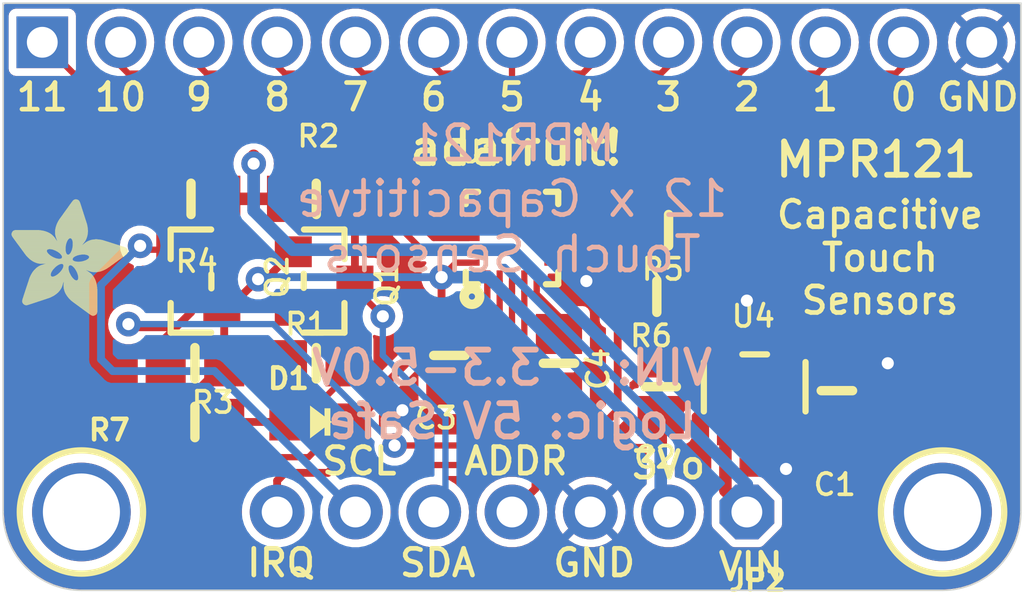
<source format=kicad_pcb>
(kicad_pcb (version 20221018) (generator pcbnew)
  (layers (0 "F.Cu" signal) (31 "B.Cu" signal) (34 "B.Paste" user) (35 "F.Paste" user) (36 "B.SilkS" user "B.Silkscreen") (37 "F.SilkS" user "F.Silkscreen") (38 "B.Mask" user) (39 "F.Mask" user) (44 "Edge.Cuts" user))
  (net 0 "")
  (net 1 "3.3V")
  (net 2 "GND")
  (net 3 "SCL_3V")
  (net 4 "SDA_3V")
  (net 5 "VIN")
  (net 6 "SDA_5V")
  (net 7 "SCL_5V")
  (net 8 "N$2")
  (net 9 "N$3")
  (net 10 "IRQ")
  (net 11 "ELEC0")
  (net 12 "ELEC1")
  (net 13 "ELEC2")
  (net 14 "ELEC3")
  (net 15 "ELEC4")
  (net 16 "ELEC5")
  (net 17 "ELEC6")
  (net 18 "ELEC7")
  (net 19 "ELEC8")
  (net 20 "ELEC9")
  (net 21 "ELEC10")
  (net 22 "ELEC11")
  (net 23 "N$1")
  (net 24 "ADDR")
  (footprint "working:QFN20_3MM_NOTHERMAL" (layer "F.Cu") (at 148.5011 103.0986 90)
    (fp_text reference "U1" (at 2.794 -0.254) (layer "F.SilkS") (effects (font (size 0.692831 0.692831) (thickness 0.119969)) (justify right)))
    (fp_text value "")
    (pad "1" smd rect (at -1.4 -0.8 270) (size 0.7 0.2) (layers "F.Cu" "F.Paste" "F.Mask") (net 10 "IRQ"))
    (pad "2" smd rect (at -1.4 -0.4 270) (size 0.7 0.2) (layers "F.Cu" "F.Paste" "F.Mask") (net 3 "SCL_3V"))
    (pad "3" smd rect (at -1.4 0 270) (size 0.7 0.2) (layers "F.Cu" "F.Paste" "F.Mask") (net 4 "SDA_3V"))
    (pad "4" smd rect (at -1.4 0.4 270) (size 0.7 0.2) (layers "F.Cu" "F.Paste" "F.Mask") (net 24 "ADDR"))
    (pad "5" smd rect (at -1.4 0.8 270) (size 0.7 0.2) (layers "F.Cu" "F.Paste" "F.Mask") (net 8 "N$2"))
    (pad "6" smd rect (at -0.8 1.4 180) (size 0.7 0.2) (layers "F.Cu" "F.Paste" "F.Mask") (net 2 "GND"))
    (pad "7" smd rect (at -0.4 1.4 180) (size 0.7 0.2) (layers "F.Cu" "F.Paste" "F.Mask") (net 9 "N$3"))
    (pad "8" smd rect (at 0 1.4 180) (size 0.7 0.2) (layers "F.Cu" "F.Paste" "F.Mask") (net 11 "ELEC0"))
    (pad "9" smd rect (at 0.4 1.4 180) (size 0.7 0.2) (layers "F.Cu" "F.Paste" "F.Mask") (net 12 "ELEC1"))
    (pad "10" smd rect (at 0.8 1.4 180) (size 0.7 0.2) (layers "F.Cu" "F.Paste" "F.Mask") (net 13 "ELEC2"))
    (pad "11" smd rect (at 1.4 0.8 270) (size 0.7 0.2) (layers "F.Cu" "F.Paste" "F.Mask") (net 14 "ELEC3"))
    (pad "12" smd rect (at 1.4 0.4 270) (size 0.7 0.2) (layers "F.Cu" "F.Paste" "F.Mask") (net 15 "ELEC4"))
    (pad "13" smd rect (at 1.4 0 270) (size 0.7 0.2) (layers "F.Cu" "F.Paste" "F.Mask") (net 16 "ELEC5"))
    (pad "14" smd rect (at 1.4 -0.4 270) (size 0.7 0.2) (layers "F.Cu" "F.Paste" "F.Mask") (net 17 "ELEC6"))
    (pad "15" smd rect (at 1.4 -0.8 270) (size 0.7 0.2) (layers "F.Cu" "F.Paste" "F.Mask") (net 18 "ELEC7"))
    (pad "16" smd rect (at 0.8 -1.4 180) (size 0.7 0.2) (layers "F.Cu" "F.Paste" "F.Mask") (net 19 "ELEC8"))
    (pad "17" smd rect (at 0.4 -1.4 180) (size 0.7 0.2) (layers "F.Cu" "F.Paste" "F.Mask") (net 20 "ELEC9"))
    (pad "18" smd rect (at 0 -1.4 180) (size 0.7 0.2) (layers "F.Cu" "F.Paste" "F.Mask") (net 21 "ELEC10"))
    (pad "19" smd rect (at -0.4 -1.4 180) (size 0.7 0.2) (layers "F.Cu" "F.Paste" "F.Mask") (net 22 "ELEC11"))
    (pad "20" smd rect (at -0.8 -1.4 180) (size 0.7 0.2) (layers "F.Cu" "F.Paste" "F.Mask") (net 1 "3.3V"))
  )
  (footprint "working:SOT23-5" (layer "F.Cu") (at 156.3751 107.9246)
    (fp_text reference "U4" (at -0.816 -2.286) (layer "F.SilkS") (effects (font (size 0.692831 0.692831) (thickness 0.119969)) (justify left)))
    (fp_text value "MIC5225-3.3")
    (pad "1" smd rect (at -0.95 1.3001) (size 0.55 1.2) (layers "F.Cu" "F.Paste" "F.Mask") (net 5 "VIN"))
    (pad "2" smd rect (at 0 1.3001) (size 0.55 1.2) (layers "F.Cu" "F.Paste" "F.Mask") (net 2 "GND"))
    (pad "3" smd rect (at 0.95 1.3001) (size 0.55 1.2) (layers "F.Cu" "F.Paste" "F.Mask") (net 5 "VIN"))
    (pad "4" smd rect (at 0.95 -1.3001) (size 0.55 1.2) (layers "F.Cu" "F.Paste" "F.Mask"))
    (pad "5" smd rect (at -0.95 -1.3001) (size 0.55 1.2) (layers "F.Cu" "F.Paste" "F.Mask") (net 1 "3.3V"))
  )
  (footprint "working:1X07_ROUND_70" (layer "F.Cu") (at 148.5011 111.9886 180)
    (fp_text reference "JP2" (at -8.9662 -1.8288 180) (layer "F.SilkS") (effects (font (size 0.666496 0.666496) (thickness 0.146304)) (justify right top)))
    (fp_text value "")
    (pad "1" thru_hole roundrect (at -7.62 0 270) (size 1.778 1.778) (drill 1) (layers "*.Cu" "*.Mask") (chamfer_ratio 0.2928932188) (chamfer top_left top_right bottom_left bottom_right) (net 5 "VIN"))
    (pad "2" thru_hole circle (at -5.08 0 270) (size 1.778 1.778) (drill 1) (layers "*.Cu" "*.Mask") (net 1 "3.3V"))
    (pad "3" thru_hole circle (at -2.54 0 270) (size 1.778 1.778) (drill 1) (layers "*.Cu" "*.Mask") (net 2 "GND"))
    (pad "4" thru_hole circle (at 0 0 270) (size 1.778 1.778) (drill 1) (layers "*.Cu" "*.Mask") (net 24 "ADDR"))
    (pad "5" thru_hole circle (at 2.54 0 270) (size 1.778 1.778) (drill 1) (layers "*.Cu" "*.Mask") (net 6 "SDA_5V"))
    (pad "6" thru_hole circle (at 5.08 0 270) (size 1.778 1.778) (drill 1) (layers "*.Cu" "*.Mask") (net 7 "SCL_5V"))
    (pad "7" thru_hole circle (at 7.62 0 270) (size 1.778 1.778) (drill 1) (layers "*.Cu" "*.Mask") (net 10 "IRQ"))
  )
  (footprint "working:0805-NO" (layer "F.Cu") (at 153.2001 105.0036 180)
    (fp_text reference "R6" (at -0.5715 -1.27) (layer "F.SilkS") (effects (font (size 0.692831 0.692831) (thickness 0.119969)) (justify right)))
    (fp_text value "100K")
    (pad "1" smd rect (at -0.95 0 180) (size 1.3 1.5) (layers "F.Cu" "F.Paste" "F.Mask") (net 2 "GND"))
    (pad "2" smd rect (at 0.95 0 180) (size 1.3 1.5) (layers "F.Cu" "F.Paste" "F.Mask") (net 24 "ADDR"))
  )
  (footprint "working:1X13_ROUND_70" (layer "F.Cu") (at 148.5011 96.7486)
    (fp_text reference "JP1" hide)
    (fp_text value "")
    (pad "1" thru_hole rect (at -15.24 0 90) (size 1.6764 1.6764) (drill 1) (layers "*.Cu" "*.Mask") (net 22 "ELEC11"))
    (pad "2" thru_hole circle (at -12.7 0 90) (size 1.6764 1.6764) (drill 1) (layers "*.Cu" "*.Mask") (net 21 "ELEC10"))
    (pad "3" thru_hole circle (at -10.16 0 90) (size 1.6764 1.6764) (drill 1) (layers "*.Cu" "*.Mask") (net 20 "ELEC9"))
    (pad "4" thru_hole circle (at -7.62 0 90) (size 1.6764 1.6764) (drill 1) (layers "*.Cu" "*.Mask") (net 19 "ELEC8"))
    (pad "5" thru_hole circle (at -5.08 0 90) (size 1.6764 1.6764) (drill 1) (layers "*.Cu" "*.Mask") (net 18 "ELEC7"))
    (pad "6" thru_hole circle (at -2.54 0 90) (size 1.6764 1.6764) (drill 1) (layers "*.Cu" "*.Mask") (net 17 "ELEC6"))
    (pad "7" thru_hole circle (at 0 0 90) (size 1.6764 1.6764) (drill 1) (layers "*.Cu" "*.Mask") (net 16 "ELEC5"))
    (pad "8" thru_hole circle (at 2.54 0 90) (size 1.6764 1.6764) (drill 1) (layers "*.Cu" "*.Mask") (net 15 "ELEC4"))
    (pad "9" thru_hole circle (at 5.08 0 90) (size 1.6764 1.6764) (drill 1) (layers "*.Cu" "*.Mask") (net 14 "ELEC3"))
    (pad "10" thru_hole circle (at 7.62 0 90) (size 1.6764 1.6764) (drill 1) (layers "*.Cu" "*.Mask") (net 13 "ELEC2"))
    (pad "11" thru_hole circle (at 10.16 0 90) (size 1.6764 1.6764) (drill 1) (layers "*.Cu" "*.Mask") (net 12 "ELEC1"))
    (pad "12" thru_hole circle (at 12.7 0 90) (size 1.6764 1.6764) (drill 1) (layers "*.Cu" "*.Mask") (net 11 "ELEC0"))
    (pad "13" thru_hole circle (at 15.24 0 90) (size 1.6764 1.6764) (drill 1) (layers "*.Cu" "*.Mask") (net 2 "GND"))
  )
  (footprint "working:ADAFRUIT_3.5MM" (layer "F.Cu") (at 132.2451 105.6386)
    (fp_text reference "U$14" hide)
    (fp_text value "" hide)
  )
  (footprint "working:0805_10MGAP" (layer "F.Cu") (at 146.4691 106.9086 -90)
    (fp_text reference "C3" (at 2.032 -0.3175) (layer "F.SilkS") (effects (font (size 0.692831 0.692831) (thickness 0.119969)) (justify right)))
    (fp_text value "0.1uF")
    (pad "1" smd rect (at -1.05 0 270) (size 1.2 1.5) (layers "F.Cu" "F.Paste" "F.Mask") (net 1 "3.3V"))
    (pad "2" smd rect (at 1.05 0 270) (size 1.2 1.5) (layers "F.Cu" "F.Paste" "F.Mask") (net 2 "GND"))
  )
  (footprint "working:0805-NO" (layer "F.Cu") (at 138.0871 101.8286)
    (fp_text reference "R4" (at -0.5715 2.032) (layer "F.SilkS") (effects (font (size 0.692831 0.692831) (thickness 0.119969)) (justify left)))
    (fp_text value "10K")
    (pad "1" smd rect (at -0.95 0) (size 1.3 1.5) (layers "F.Cu" "F.Paste" "F.Mask") (net 7 "SCL_5V"))
    (pad "2" smd rect (at 0.95 0) (size 1.3 1.5) (layers "F.Cu" "F.Paste" "F.Mask") (net 5 "VIN"))
  )
  (footprint "working:0805-NO" (layer "F.Cu") (at 150.0251 107.1626 -90)
    (fp_text reference "C4" (at -0.5715 -1.27 90) (layer "F.SilkS") (effects (font (size 0.692831 0.692831) (thickness 0.119969)) (justify right)))
    (fp_text value "0.1uF")
    (pad "1" smd rect (at -0.95 0 270) (size 1.3 1.5) (layers "F.Cu" "F.Paste" "F.Mask") (net 8 "N$2"))
    (pad "2" smd rect (at 0.95 0 270) (size 1.3 1.5) (layers "F.Cu" "F.Paste" "F.Mask") (net 2 "GND"))
  )
  (footprint "working:CHIPLED_0805_NOOUTLINE" (layer "F.Cu") (at 142.2781 109.0676 -90)
    (fp_text reference "D1" (at -1.016 1.778) (layer "F.SilkS") (effects (font (size 0.666496 0.666496) (thickness 0.146304)) (justify left bottom)))
    (fp_text value "RED")
    (pad "A" smd rect (at 0 1.05 270) (size 1.2 1.2) (layers "F.Cu" "F.Paste" "F.Mask") (net 23 "N$1"))
    (pad "C" smd rect (at 0 -1.05 270) (size 1.2 1.2) (layers "F.Cu" "F.Paste" "F.Mask") (net 10 "IRQ"))
  )
  (footprint "working:SOT23-WIDE" (layer "F.Cu") (at 138.0871 104.4956 90)
    (fp_text reference "Q2" (at -0.635 2.794 90) (layer "F.SilkS") (effects (font (size 0.692831 0.692831) (thickness 0.119969)) (justify left)))
    (fp_text value "BSS138")
    (pad "1" smd rect (at -0.95 1 90) (size 1 1.2) (layers "F.Cu" "F.Paste" "F.Mask") (net 1 "3.3V"))
    (pad "2" smd rect (at 0.95 1 90) (size 1 1.2) (layers "F.Cu" "F.Paste" "F.Mask") (net 3 "SCL_3V"))
    (pad "3" smd rect (at 0 -1 90) (size 1 1.2) (layers "F.Cu" "F.Paste" "F.Mask") (net 7 "SCL_5V"))
  )
  (footprint "working:MOUNTINGHOLE_2.5_PLATED" (layer "F.Cu") (at 134.5311 111.9886 180)
    (fp_text reference "U$10" hide)
    (fp_text value "MOUNTINGHOLE2.5" hide)
    (pad "P$1" thru_hole circle (at 0 0 180) (size 3.2 3.2) (drill 2.5) (layers "*.Cu" "*.Mask"))
    (zone (net 0) (net_name "") (layer "F.Cu") (connect_pads (clearance 0)) (min_thickness 0.25)
      (keepout (tracks not_allowed) (vias not_allowed) (pads not_allowed) (copperpour not_allowed) (footprints allowed))
      (fill (thermal_gap 0.5) (thermal_bridge_width 0.5))
      (polygon (pts (xy 132.5151 111.9886) (xy 132.53472 112.269173) (xy 132.593196 112.544285) (xy 132.689392 112.808581) (xy 132.821435 113.056917) (xy 132.986754 113.28446) (xy 133.182133 113.48678) (xy 133.403767 113.65994) (xy 133.647344 113.800569) (xy 133.908122 113.90593) (xy 134.181025 113.973972) (xy 134.460743 114.003372) (xy 134.741829 113.993556) (xy 135.018815 113.944716) (xy 135.286307 113.857803) (xy 135.5391 113.734507) (xy 135.772274 113.57723) (xy 135.981289 113.389031) (xy 136.162078 113.173575) (xy 136.311122 112.935055) (xy 136.42552 112.678113) (xy 136.503046 112.40775) (xy 136.542189 112.129229) (xy 136.542189 111.847971) (xy 136.503046 111.56945) (xy 136.42552 111.299087) (xy 136.311122 111.042145) (xy 136.162078 110.803625) (xy 135.981289 110.588169) (xy 135.772274 110.39997) (xy 135.5391 110.242693) (xy 135.286307 110.119397) (xy 135.018815 110.032484) (xy 134.741829 109.983644) (xy 134.460743 109.973828) (xy 134.181025 110.003228) (xy 133.908122 110.07127) (xy 133.647344 110.176631) (xy 133.403767 110.31726) (xy 133.182133 110.49042) (xy 132.986754 110.69274) (xy 132.821435 110.920283) (xy 132.689392 111.168619) (xy 132.593196 111.432915) (xy 132.53472 111.708027)))
      (polygon (pts (xy 134.5471 111.9886) (xy 134.542414 111.977286) (xy 134.5311 111.9726) (xy 134.519786 111.977286) (xy 134.5151 111.9886) (xy 134.519786 111.999914) (xy 134.5311 112.0046) (xy 134.542414 111.999914)))
    )
    (zone (net 0) (net_name "") (layer "B.Cu") (connect_pads (clearance 0)) (min_thickness 0.25)
      (keepout (tracks not_allowed) (vias not_allowed) (pads not_allowed) (copperpour not_allowed) (footprints allowed))
      (fill (thermal_gap 0.5) (thermal_bridge_width 0.5))
      (polygon (pts (xy 132.5151 111.9886) (xy 132.53472 112.269173) (xy 132.593196 112.544285) (xy 132.689392 112.808581) (xy 132.821435 113.056917) (xy 132.986754 113.28446) (xy 133.182133 113.48678) (xy 133.403767 113.65994) (xy 133.647344 113.800569) (xy 133.908122 113.90593) (xy 134.181025 113.973972) (xy 134.460743 114.003372) (xy 134.741829 113.993556) (xy 135.018815 113.944716) (xy 135.286307 113.857803) (xy 135.5391 113.734507) (xy 135.772274 113.57723) (xy 135.981289 113.389031) (xy 136.162078 113.173575) (xy 136.311122 112.935055) (xy 136.42552 112.678113) (xy 136.503046 112.40775) (xy 136.542189 112.129229) (xy 136.542189 111.847971) (xy 136.503046 111.56945) (xy 136.42552 111.299087) (xy 136.311122 111.042145) (xy 136.162078 110.803625) (xy 135.981289 110.588169) (xy 135.772274 110.39997) (xy 135.5391 110.242693) (xy 135.286307 110.119397) (xy 135.018815 110.032484) (xy 134.741829 109.983644) (xy 134.460743 109.973828) (xy 134.181025 110.003228) (xy 133.908122 110.07127) (xy 133.647344 110.176631) (xy 133.403767 110.31726) (xy 133.182133 110.49042) (xy 132.986754 110.69274) (xy 132.821435 110.920283) (xy 132.689392 111.168619) (xy 132.593196 111.432915) (xy 132.53472 111.708027)))
      (polygon (pts (xy 134.5471 111.9886) (xy 134.542414 111.977286) (xy 134.5311 111.9726) (xy 134.519786 111.977286) (xy 134.5151 111.9886) (xy 134.519786 111.999914) (xy 134.5311 112.0046) (xy 134.542414 111.999914)))
    )
  )
  (footprint "working:0805-NO" (layer "F.Cu") (at 153.5811 102.8446 180)
    (fp_text reference "R5" (at -0.5715 -1.27) (layer "F.SilkS") (effects (font (size 0.692831 0.692831) (thickness 0.119969)) (justify right)))
    (fp_text value "75K")
    (pad "1" smd rect (at -0.95 0 180) (size 1.3 1.5) (layers "F.Cu" "F.Paste" "F.Mask") (net 2 "GND"))
    (pad "2" smd rect (at 0.95 0 180) (size 1.3 1.5) (layers "F.Cu" "F.Paste" "F.Mask") (net 9 "N$3"))
  )
  (footprint "working:FIDUCIAL_1MM" (layer "F.Cu") (at 163.4871 108.6866 180)
    (fp_text reference "FID1" hide)
    (fp_text value "FIDUCIAL\"\"" hide)
    (pad "1" smd roundrect (at 0 0 180) (size 1 1) (layers "F.Cu" "F.Mask") (roundrect_rratio 0.5))
  )
  (footprint "working:0805-NO" (layer "F.Cu") (at 159.0421 108.0516 90)
    (fp_text reference "C1" (at -3.048 -0.8255) (layer "F.SilkS") (effects (font (size 0.692831 0.692831) (thickness 0.119969)) (justify left)))
    (fp_text value "10uF")
    (pad "1" smd rect (at -0.95 0 90) (size 1.3 1.5) (layers "F.Cu" "F.Paste" "F.Mask") (net 5 "VIN"))
    (pad "2" smd rect (at 0.95 0 90) (size 1.3 1.5) (layers "F.Cu" "F.Paste" "F.Mask") (net 2 "GND"))
  )
  (footprint "working:SOT23-WIDE" (layer "F.Cu") (at 142.4051 104.4956 -90)
    (fp_text reference "Q1" (at -0.635 -2.032 90) (layer "F.SilkS") (effects (font (size 0.692831 0.692831) (thickness 0.119969)) (justify right)))
    (fp_text value "BSS138")
    (pad "1" smd rect (at -0.95 1 270) (size 1 1.2) (layers "F.Cu" "F.Paste" "F.Mask") (net 1 "3.3V"))
    (pad "2" smd rect (at 0.95 1 270) (size 1 1.2) (layers "F.Cu" "F.Paste" "F.Mask") (net 4 "SDA_3V"))
    (pad "3" smd rect (at 0 -1 270) (size 1 1.2) (layers "F.Cu" "F.Paste" "F.Mask") (net 6 "SDA_5V"))
  )
  (footprint "working:MOUNTINGHOLE_2.5_PLATED" (layer "F.Cu") (at 162.4711 111.9886 180)
    (fp_text reference "U$11" hide)
    (fp_text value "MOUNTINGHOLE2.5" hide)
    (pad "P$1" thru_hole circle (at 0 0 180) (size 3.2 3.2) (drill 2.5) (layers "*.Cu" "*.Mask"))
    (zone (net 0) (net_name "") (layer "F.Cu") (connect_pads (clearance 0)) (min_thickness 0.25)
      (keepout (tracks not_allowed) (vias not_allowed) (pads not_allowed) (copperpour not_allowed) (footprints allowed))
      (fill (thermal_gap 0.5) (thermal_bridge_width 0.5))
      (polygon (pts (xy 160.4551 111.9886) (xy 160.47472 112.269173) (xy 160.533196 112.544285) (xy 160.629392 112.808581) (xy 160.761435 113.056917) (xy 160.926754 113.28446) (xy 161.122133 113.48678) (xy 161.343767 113.65994) (xy 161.587344 113.800569) (xy 161.848122 113.90593) (xy 162.121025 113.973972) (xy 162.400743 114.003372) (xy 162.681829 113.993556) (xy 162.958815 113.944716) (xy 163.226307 113.857803) (xy 163.4791 113.734507) (xy 163.712274 113.57723) (xy 163.921289 113.389031) (xy 164.102078 113.173575) (xy 164.251122 112.935055) (xy 164.36552 112.678113) (xy 164.443046 112.40775) (xy 164.482189 112.129229) (xy 164.482189 111.847971) (xy 164.443046 111.56945) (xy 164.36552 111.299087) (xy 164.251122 111.042145) (xy 164.102078 110.803625) (xy 163.921289 110.588169) (xy 163.712274 110.39997) (xy 163.4791 110.242693) (xy 163.226307 110.119397) (xy 162.958815 110.032484) (xy 162.681829 109.983644) (xy 162.400743 109.973828) (xy 162.121025 110.003228) (xy 161.848122 110.07127) (xy 161.587344 110.176631) (xy 161.343767 110.31726) (xy 161.122133 110.49042) (xy 160.926754 110.69274) (xy 160.761435 110.920283) (xy 160.629392 111.168619) (xy 160.533196 111.432915) (xy 160.47472 111.708027)))
      (polygon (pts (xy 162.4871 111.9886) (xy 162.482414 111.977286) (xy 162.4711 111.9726) (xy 162.459786 111.977286) (xy 162.4551 111.9886) (xy 162.459786 111.999914) (xy 162.4711 112.0046) (xy 162.482414 111.999914)))
    )
    (zone (net 0) (net_name "") (layer "B.Cu") (connect_pads (clearance 0)) (min_thickness 0.25)
      (keepout (tracks not_allowed) (vias not_allowed) (pads not_allowed) (copperpour not_allowed) (footprints allowed))
      (fill (thermal_gap 0.5) (thermal_bridge_width 0.5))
      (polygon (pts (xy 160.4551 111.9886) (xy 160.47472 112.269173) (xy 160.533196 112.544285) (xy 160.629392 112.808581) (xy 160.761435 113.056917) (xy 160.926754 113.28446) (xy 161.122133 113.48678) (xy 161.343767 113.65994) (xy 161.587344 113.800569) (xy 161.848122 113.90593) (xy 162.121025 113.973972) (xy 162.400743 114.003372) (xy 162.681829 113.993556) (xy 162.958815 113.944716) (xy 163.226307 113.857803) (xy 163.4791 113.734507) (xy 163.712274 113.57723) (xy 163.921289 113.389031) (xy 164.102078 113.173575) (xy 164.251122 112.935055) (xy 164.36552 112.678113) (xy 164.443046 112.40775) (xy 164.482189 112.129229) (xy 164.482189 111.847971) (xy 164.443046 111.56945) (xy 164.36552 111.299087) (xy 164.251122 111.042145) (xy 164.102078 110.803625) (xy 163.921289 110.588169) (xy 163.712274 110.39997) (xy 163.4791 110.242693) (xy 163.226307 110.119397) (xy 162.958815 110.032484) (xy 162.681829 109.983644) (xy 162.400743 109.973828) (xy 162.121025 110.003228) (xy 161.848122 110.07127) (xy 161.587344 110.176631) (xy 161.343767 110.31726) (xy 161.122133 110.49042) (xy 160.926754 110.69274) (xy 160.761435 110.920283) (xy 160.629392 111.168619) (xy 160.533196 111.432915) (xy 160.47472 111.708027)))
      (polygon (pts (xy 162.4871 111.9886) (xy 162.482414 111.977286) (xy 162.4711 111.9726) (xy 162.459786 111.977286) (xy 162.4551 111.9886) (xy 162.459786 111.999914) (xy 162.4711 112.0046) (xy 162.482414 111.999914)))
    )
  )
  (footprint "working:0805-NO" (layer "F.Cu") (at 138.2141 109.0676 180)
    (fp_text reference "R7" (at 2.032 0.127 180) (layer "F.SilkS") (effects (font (size 0.666496 0.666496) (thickness 0.146304)) (justify right top)))
    (fp_text value "1K")
    (pad "1" smd rect (at -0.95 0 180) (size 1.3 1.5) (layers "F.Cu" "F.Paste" "F.Mask") (net 23 "N$1"))
    (pad "2" smd rect (at 0.95 0 180) (size 1.3 1.5) (layers "F.Cu" "F.Paste" "F.Mask") (net 1 "3.3V"))
  )
  (footprint "working:FIDUCIAL_1MM" (layer "F.Cu") (at 133.3881 100.3046 180)
    (fp_text reference "FID2" hide)
    (fp_text value "FIDUCIAL\"\"" hide)
    (pad "1" smd roundrect (at 0 0 180) (size 1 1) (layers "F.Cu" "F.Mask") (roundrect_rratio 0.5))
  )
  (footprint "working:0805-NO" (layer "F.Cu") (at 142.1511 101.8286 180)
    (fp_text reference "R2" (at -0.8255 2.032) (layer "F.SilkS") (effects (font (size 0.692831 0.692831) (thickness 0.119969)) (justify right)))
    (fp_text value "10K")
    (pad "1" smd rect (at -0.95 0 180) (size 1.3 1.5) (layers "F.Cu" "F.Paste" "F.Mask") (net 6 "SDA_5V"))
    (pad "2" smd rect (at 0.95 0 180) (size 1.3 1.5) (layers "F.Cu" "F.Paste" "F.Mask") (net 5 "VIN"))
  )
  (footprint "working:0805-NO" (layer "F.Cu") (at 138.2141 107.1626)
    (fp_text reference "R3" (at 1.3335 1.27) (layer "F.SilkS") (effects (font (size 0.692831 0.692831) (thickness 0.119969)) (justify right)))
    (fp_text value "10K")
    (pad "1" smd rect (at -0.95 0) (size 1.3 1.5) (layers "F.Cu" "F.Paste" "F.Mask") (net 3 "SCL_3V"))
    (pad "2" smd rect (at 0.95 0) (size 1.3 1.5) (layers "F.Cu" "F.Paste" "F.Mask") (net 1 "3.3V"))
  )
  (footprint "working:0805-NO" (layer "F.Cu") (at 142.1511 107.1626 180)
    (fp_text reference "R1" (at 1.0795 1.27) (layer "F.SilkS") (effects (font (size 0.692831 0.692831) (thickness 0.119969)) (justify left)))
    (fp_text value "10K")
    (pad "1" smd rect (at -0.95 0 180) (size 1.3 1.5) (layers "F.Cu" "F.Paste" "F.Mask") (net 4 "SDA_3V"))
    (pad "2" smd rect (at 0.95 0 180) (size 1.3 1.5) (layers "F.Cu" "F.Paste" "F.Mask") (net 1 "3.3V"))
  )
  (footprint "working:0805-NO" (layer "F.Cu") (at 153.3271 107.9246 90)
    (fp_text reference "C2" (at -2.286 0.5715) (layer "F.SilkS") (effects (font (size 0.692831 0.692831) (thickness 0.119969)) (justify right)))
    (fp_text value "10uF")
    (pad "1" smd rect (at -0.95 0 90) (size 1.3 1.5) (layers "F.Cu" "F.Paste" "F.Mask") (net 1 "3.3V"))
    (pad "2" smd rect (at 0.95 0 90) (size 1.3 1.5) (layers "F.Cu" "F.Paste" "F.Mask") (net 2 "GND"))
  )
  (gr_arc (start 134.5311 114.5286) (mid 132.735049 113.784651) (end 131.9911 111.9886) (stroke (width 0.05)) (layer "Edge.Cuts"))
  (gr_line (start 165.0111 95.4786) (end 165.0111 111.9886) (stroke (width 0.05)) (layer "Edge.Cuts"))
  (gr_line (start 131.9911 95.4786) (end 165.0111 95.4786) (stroke (width 0.05)) (layer "Edge.Cuts"))
  (gr_line (start 131.9911 111.9886) (end 131.9911 95.4786) (stroke (width 0.05)) (layer "Edge.Cuts"))
  (gr_arc (start 165.0111 111.9886) (mid 164.267151 113.784651) (end 162.4711 114.5286) (stroke (width 0.05)) (layer "Edge.Cuts"))
  (gr_line (start 162.4711 114.5286) (end 134.5311 114.5286) (stroke (width 0.05)) (layer "Edge.Cuts"))
  (gr_text "VIN:   3.3-5.0V\nLogic: 5V Safe" (at 148.5011 108.1786) (layer "B.SilkS") (effects (font (size 1.0795 1.0795) (thickness 0.1905)) (justify mirror)))
  (gr_text "MPR121\n12 x Capacititve\nTouch Sensors" (at 148.5011 101.8286) (layer "B.SilkS") (effects (font (size 1.1176 1.1176) (thickness 0.1524)) (justify mirror)))
  (gr_text "7" (at 143.4211 98.5266) (layer "F.SilkS") (effects (font (size 0.8636 0.8636) (thickness 0.1524))))
  (gr_text "6" (at 145.9611 98.5266) (layer "F.SilkS") (effects (font (size 0.8636 0.8636) (thickness 0.1524))))
  (gr_text "11" (at 133.2611 98.5266) (layer "F.SilkS") (effects (font (size 0.8636 0.8636) (thickness 0.1524))))
  (gr_text "4" (at 151.0411 98.5266) (layer "F.SilkS") (effects (font (size 0.8636 0.8636) (thickness 0.1524))))
  (gr_text "SDA" (at 146.0881 113.6396) (layer "F.SilkS") (effects (font (size 0.8636 0.8636) (thickness 0.1524))))
  (gr_text "MPR121" (at 160.3121 100.5586) (layer "F.SilkS") (effects (font (size 1.0795 1.0795) (thickness 0.1905))))
  (gr_text "1" (at 158.6611 98.5266) (layer "F.SilkS") (effects (font (size 0.8636 0.8636) (thickness 0.1524))))
  (gr_text "GND" (at 151.1681 113.6396) (layer "F.SilkS") (effects (font (size 0.8636 0.8636) (thickness 0.1524))))
  (gr_text "0" (at 161.2011 98.5266) (layer "F.SilkS") (effects (font (size 0.8636 0.8636) (thickness 0.1524))))
  (gr_text "VIN" (at 156.2481 113.7666) (layer "F.SilkS") (effects (font (size 0.8636 0.8636) (thickness 0.1524))))
  (gr_text "3Vo" (at 153.5811 110.4646) (layer "F.SilkS") (effects (font (size 0.8636 0.8636) (thickness 0.1524))))
  (gr_text "ADDR" (at 148.6281 110.3376) (layer "F.SilkS") (effects (font (size 0.8636 0.8636) (thickness 0.1524))))
  (gr_text "5" (at 148.5011 98.5266) (layer "F.SilkS") (effects (font (size 0.8636 0.8636) (thickness 0.1524))))
  (gr_text "IRQ" (at 141.0081 113.6396) (layer "F.SilkS") (effects (font (size 0.8636 0.8636) (thickness 0.1524))))
  (gr_text "adafruit!" (at 148.6281 100.1776) (layer "F.SilkS") (effects (font (size 1.0795 1.0795) (thickness 0.1905))))
  (gr_text "SCL" (at 143.5481 110.3376) (layer "F.SilkS") (effects (font (size 0.8636 0.8636) (thickness 0.1524))))
  (gr_text "8" (at 140.8811 98.5266) (layer "F.SilkS") (effects (font (size 0.8636 0.8636) (thickness 0.1524))))
  (gr_text "Capacitive\nTouch\nSensors" (at 160.4391 103.7336) (layer "F.SilkS") (effects (font (size 0.8636 0.8636) (thickness 0.1524))))
  (gr_text "GND" (at 163.6141 98.5266) (layer "F.SilkS") (effects (font (size 0.8636 0.8636) (thickness 0.1524))))
  (gr_text "2" (at 156.1211 98.5266) (layer "F.SilkS") (effects (font (size 0.8636 0.8636) (thickness 0.1524))))
  (gr_text "10" (at 135.8011 98.5266) (layer "F.SilkS") (effects (font (size 0.8636 0.8636) (thickness 0.1524))))
  (gr_text "9" (at 138.3411 98.5266) (layer "F.SilkS") (effects (font (size 0.8636 0.8636) (thickness 0.1524))))
  (gr_text "3" (at 153.5811 98.5266) (layer "F.SilkS") (effects (font (size 0.8636 0.8636) (thickness 0.1524))))
  (segment (start 146.2151 105.6386) (end 146.2151 104.3686) (width 0.254) (layer "F.Cu") (net 1))
  (segment (start 139.2511 105.4456) (end 139.0871 105.4456) (width 0.254) (layer "F.Cu") (net 1))
  (segment (start 146.4691 105.8926) (end 146.4691 105.8586) (width 0.254) (layer "F.Cu") (net 1))
  (segment (start 139.1641 107.1626) (end 141.2011 107.1626) (width 0.254) (layer "F.Cu") (net 1))
  (segment (start 155.4251 106.6245) (end 155.4251 107.0966) (width 0.4064) (layer "F.Cu") (net 1))
  (segment (start 147.1011 103.8986) (end 146.6851 103.8986) (width 0.2032) (layer "F.Cu") (net 1))
  (segment (start 141.4051 103.5456) (end 140.51649 104.43421) (width 0.254) (layer "F.Cu") (net 1))
  (segment (start 139.0871 105.4456) (end 139.1641 105.3686) (width 0.254) (layer "F.Cu") (net 1))
  (segment (start 153.6471 108.8746) (end 153.3271 108.8746) (width 0.4064) (layer "F.Cu") (net 1))
  (segment (start 137.2641 109.0676) (end 139.1641 107.1676) (width 0.254) (layer "F.Cu") (net 1))
  (segment (start 146.6851 103.8986) (end 146.2151 104.3686) (width 0.2032) (layer "F.Cu") (net 1))
  (segment (start 155.4251 107.0966) (end 153.6471 108.8746) (width 0.4064) (layer "F.Cu") (net 1))
  (segment (start 140.51649 104.43421) (end 140.26249 104.43421) (width 0.254) (layer "F.Cu") (net 1))
  (segment (start 140.26249 104.43421) (end 139.2511 105.4456) (width 0.254) (layer "F.Cu") (net 1))
  (segment (start 146.2151 105.6386) (end 146.4691 105.8926) (width 0.254) (layer "F.Cu") (net 1))
  (segment (start 153.3271 111.7346) (end 153.5811 111.9886) (width 0.4064) (layer "F.Cu") (net 1))
  (segment (start 139.1641 105.3686) (end 139.1641 107.1626) (width 0.254) (layer "F.Cu") (net 1))
  (segment (start 139.1641 107.1676) (end 139.1641 107.1626) (width 0.254) (layer "F.Cu") (net 1))
  (segment (start 153.3271 111.7346) (end 153.3271 108.8746) (width 0.4064) (layer "F.Cu") (net 1))
  (via (at 140.26249 104.43421) (size 0.8001) (drill 0.3937) (layers "F.Cu" "B.Cu") (net 1))
  (via (at 146.2151 104.3686) (size 0.8064) (drill 0.4) (layers "F.Cu" "B.Cu") (net 1))
  (segment (start 140.3281 104.3686) (end 146.2151 104.3686) (width 0.254) (layer "B.Cu") (net 1))
  (segment (start 153.3271 111.7346) (end 153.5811 111.9886) (width 0.4064) (layer "B.Cu") (net 1))
  (segment (start 140.26249 104.43421) (end 140.3281 104.3686) (width 0.254) (layer "B.Cu") (net 1))
  (segment (start 146.2151 104.3686) (end 147.7391 104.3686) (width 0.4064) (layer "B.Cu") (net 1))
  (segment (start 147.7391 104.3686) (end 153.3271 109.9566) (width 0.4064) (layer "B.Cu") (net 1))
  (segment (start 153.3271 109.9566) (end 153.3271 111.7346) (width 0.4064) (layer "B.Cu") (net 1))
  (segment (start 153.9621 105.8926) (end 153.9621 105.1966) (width 0.4064) (layer "F.Cu") (net 2))
  (segment (start 153.3271 106.5276) (end 153.9621 105.8926) (width 0.4064) (layer "F.Cu") (net 2))
  (segment (start 154.1501 105.0086) (end 154.1501 105.0036) (width 0.4064) (layer "F.Cu") (net 2))
  (segment (start 153.9621 105.1966) (end 154.1501 105.0086) (width 0.4064) (layer "F.Cu") (net 2))
  (segment (start 153.3271 106.9746) (end 153.3271 106.5276) (width 0.4064) (layer "F.Cu") (net 2))
  (via (at 144.9451 108.6866) (size 0.8001) (drill 0.3937) (layers "F.Cu" "B.Cu") (net 2))
  (via (at 160.6931 107.1626) (size 0.8001) (drill 0.3937) (layers "F.Cu" "B.Cu") (net 2))
  (via (at 156.1211 105.1306) (size 0.8001) (drill 0.3937) (layers "F.Cu" "B.Cu") (net 2))
  (via (at 150.9141 104.4956) (size 0.8001) (drill 0.3937) (layers "F.Cu" "B.Cu") (net 2))
  (via (at 157.3911 110.5916) (size 0.8001) (drill 0.3937) (layers "F.Cu" "B.Cu") (net 2))
  (segment (start 148.1011 108.8326) (end 147.1041 109.8296) (width 0.2032) (layer "F.Cu") (net 3))
  (segment (start 137.2641 106.3346) (end 137.2641 107.1626) (width 0.254) (layer "F.Cu") (net 3))
  (segment (start 139.0871 103.5456) (end 138.0871 104.5456) (width 0.254) (layer "F.Cu") (net 3))
  (segment (start 138.0871 105.5116) (end 137.5791 106.0196) (width 0.254) (layer "F.Cu") (net 3))
  (segment (start 137.2641 107.1626) (end 137.1371 107.2896) (width 0.254) (layer "F.Cu") (net 3))
  (segment (start 136.0551 105.8926) (end 136.1821 106.0196) (width 0.2032) (layer "F.Cu") (net 3))
  (segment (start 138.0871 104.5456) (end 138.0871 105.5116) (width 0.254) (layer "F.Cu") (net 3))
  (segment (start 136.1821 106.0196) (end 137.5791 106.0196) (width 0.2032) (layer "F.Cu") (net 3))
  (segment (start 137.5791 106.0196) (end 137.2641 106.3346) (width 0.254) (layer "F.Cu") (net 3))
  (segment (start 148.1011 104.4986) (end 148.1011 108.8326) (width 0.2032) (layer "F.Cu") (net 3))
  (segment (start 147.1041 109.8296) (end 144.6911 109.8296) (width 0.2032) (layer "F.Cu") (net 3))
  (via (at 136.0551 105.8926) (size 0.8001) (drill 0.3937) (layers "F.Cu" "B.Cu") (net 3))
  (via (at 144.6911 109.8296) (size 0.8001) (drill 0.3937) (layers "F.Cu" "B.Cu") (net 3))
  (segment (start 144.6911 109.8296) (end 140.7541 105.8926) (width 0.2032) (layer "B.Cu") (net 3))
  (segment (start 140.7541 105.8926) (end 136.0551 105.8926) (width 0.2032) (layer "B.Cu") (net 3))
  (segment (start 148.5011 109.7026) (end 147.7391 110.4646) (width 0.2032) (layer "F.Cu") (net 4))
  (segment (start 144.1831 113.3856) (end 140.3731 113.3856) (width 0.254) (layer "F.Cu") (net 4))
  (segment (start 139.9286 110.2741) (end 139.9921 110.2106) (width 0.2032) (layer "F.Cu") (net 4))
  (segment (start 142.9131 107.7976) (end 142.9131 107.3506) (width 0.2032) (layer "F.Cu") (net 4))
  (segment (start 142.2781 109.8296) (end 142.2781 108.4326) (width 0.2032) (layer "F.Cu") (net 4))
  (segment (start 139.6111 112.6236) (end 139.6111 110.5916) (width 0.254) (layer "F.Cu") (net 4))
  (segment (start 143.0401 107.1016) (end 143.1011 107.1626) (width 0.254) (layer "F.Cu") (net 4))
  (segment (start 148.5011 109.7026) (end 148.5011 109.5756) (width 0.2032) (layer "F.Cu") (net 4))
  (segment (start 142.9131 107.3506) (end 143.1011 107.1626) (width 0.2032) (layer "F.Cu") (net 4))
  (segment (start 143.0401 106.4006) (end 143.0401 107.1016) (width 0.254) (layer "F.Cu") (net 4))
  (segment (start 140.3731 113.3856) (end 139.6111 112.6236) (width 0.254) (layer "F.Cu") (net 4))
  (segment (start 142.0851 105.4456) (end 143.0401 106.4006) (width 0.254) (layer "F.Cu") (net 4))
  (segment (start 142.0851 105.4456) (end 141.4051 105.4456) (width 0.254) (layer "F.Cu") (net 4))
  (segment (start 145.1991 110.4646) (end 144.6911 110.9726) (width 0.254) (layer "F.Cu") (net 4))
  (segment (start 142.2781 108.4326) (end 142.9131 107.7976) (width 0.2032) (layer "F.Cu") (net 4))
  (segment (start 144.6911 112.8776) (end 144.1831 113.3856) (width 0.254) (layer "F.Cu") (net 4))
  (segment (start 144.6911 110.9726) (end 144.6911 112.8776) (width 0.254) (layer "F.Cu") (net 4))
  (segment (start 141.8971 110.2106) (end 142.2781 109.8296) (width 0.2032) (layer "F.Cu") (net 4))
  (segment (start 147.7391 110.4646) (end 145.1991 110.4646) (width 0.2032) (layer "F.Cu") (net 4))
  (segment (start 148.5011 104.4986) (end 148.5011 109.5756) (width 0.2032) (layer "F.Cu") (net 4))
  (segment (start 139.9921 110.2106) (end 141.8971 110.2106) (width 0.2032) (layer "F.Cu") (net 4))
  (segment (start 139.6111 110.5916) (end 139.9286 110.2741) (width 0.254) (layer "F.Cu") (net 4))
  (segment (start 155.3591 109.2247) (end 155.4251 109.2247) (width 0.4064) (layer "F.Cu") (net 5))
  (segment (start 157.3251 109.2247) (end 157.3251 108.1786) (width 0.4064) (layer "F.Cu") (net 5))
  (segment (start 155.3591 108.1786) (end 155.3591 109.2247) (width 0.4064) (layer "F.Cu") (net 5))
  (segment (start 155.4251 111.2926) (end 156.1211 111.9886) (width 0.4064) (layer "F.Cu") (net 5))
  (segment (start 159.0421 109.0016) (end 158.819 109.2247) (width 0.4064) (layer "F.Cu") (net 5))
  (segment (start 140.1191 100.6856) (end 140.1191 100.4316) (width 0.4064) (layer "F.Cu") (net 5))
  (segment (start 157.3251 108.1786) (end 155.3591 108.1786) (width 0.4064) (layer "F.Cu") (net 5))
  (segment (start 158.819 109.2247) (end 157.3251 109.2247) (width 0.4064) (layer "F.Cu") (net 5))
  (segment (start 155.4251 109.2247) (end 155.4251 111.2926) (width 0.4064) (layer "F.Cu") (net 5))
  (segment (start 140.1191 102.2096) (end 140.1191 101.8286) (width 0.4064) (layer "F.Cu") (net 5))
  (segment (start 157.3251 109.2247) (end 157.3911 109.2907) (width 0.4064) (layer "F.Cu") (net 5))
  (segment (start 141.2011 101.8286) (end 140.1191 101.8286) (width 0.4064) (layer "F.Cu") (net 5))
  (segment (start 140.1191 101.8286) (end 139.0371 101.8286) (width 0.4064) (layer "F.Cu") (net 5))
  (segment (start 140.1191 101.8286) (end 140.1191 100.6856) (width 0.4064) (layer "F.Cu") (net 5))
  (via (at 140.1191 100.6856) (size 0.8001) (drill 0.3937) (layers "F.Cu" "B.Cu") (net 5))
  (segment (start 140.1191 102.2096) (end 140.1191 100.6856) (width 0.4064) (layer "B.Cu") (net 5))
  (segment (start 141.3891 103.4796) (end 140.1191 102.2096) (width 0.4064) (layer "B.Cu") (net 5))
  (segment (start 156.1211 111.0996) (end 148.5011 103.4796) (width 0.4064) (layer "B.Cu") (net 5))
  (segment (start 156.1211 111.9886) (end 156.1211 111.0996) (width 0.4064) (layer "B.Cu") (net 5))
  (segment (start 148.5011 103.4796) (end 141.3891 103.4796) (width 0.4064) (layer "B.Cu") (net 5))
  (segment (start 144.3101 105.6386) (end 143.4051 104.7336) (width 0.2032) (layer "F.Cu") (net 6))
  (segment (start 143.4051 102.1326) (end 143.4051 104.4956) (width 0.254) (layer "F.Cu") (net 6))
  (segment (start 143.1011 101.8286) (end 143.4051 102.1326) (width 0.254) (layer "F.Cu") (net 6))
  (segment (start 143.4051 104.7336) (end 143.4051 104.4956) (width 0.2032) (layer "F.Cu") (net 6))
  (via (at 144.3101 105.6386) (size 0.8001) (drill 0.3937) (layers "F.Cu" "B.Cu") (net 6))
  (segment (start 145.9611 111.9886) (end 146.3421 111.6076) (width 0.2032) (layer "B.Cu") (net 6))
  (segment (start 146.3421 111.6076) (end 146.3421 108.9406) (width 0.2032) (layer "B.Cu") (net 6))
  (segment (start 146.3421 108.9406) (end 144.3101 106.9086) (width 0.2032) (layer "B.Cu") (net 6))
  (segment (start 144.3101 106.9086) (end 144.3101 105.6386) (width 0.2032) (layer "B.Cu") (net 6))
  (segment (start 137.1371 101.8286) (end 137.0871 101.8786) (width 0.254) (layer "F.Cu") (net 7))
  (segment (start 137.0871 103.4796) (end 137.0871 104.4956) (width 0.254) (layer "F.Cu") (net 7))
  (segment (start 136.5631 103.4796) (end 137.0871 103.4796) (width 0.2032) (layer "F.Cu") (net 7))
  (segment (start 136.4361 103.3526) (end 136.5631 103.4796) (width 0.2032) (layer "F.Cu") (net 7))
  (segment (start 137.0871 101.8786) (end 137.0871 103.4796) (width 0.254) (layer "F.Cu") (net 7))
  (via (at 136.4361 103.3526) (size 0.8001) (drill 0.3937) (layers "F.Cu" "B.Cu") (net 7))
  (segment (start 135.5471 107.4166) (end 135.1661 107.0356) (width 0.254) (layer "B.Cu") (net 7))
  (segment (start 135.1661 107.0356) (end 135.1661 104.6226) (width 0.254) (layer "B.Cu") (net 7))
  (segment (start 135.1661 104.6226) (end 136.4361 103.3526) (width 0.254) (layer "B.Cu") (net 7))
  (segment (start 143.4211 111.9886) (end 138.8491 107.4166) (width 0.254) (layer "B.Cu") (net 7))
  (segment (start 138.8491 107.4166) (end 135.5471 107.4166) (width 0.254) (layer "B.Cu") (net 7))
  (segment (start 150.0251 105.6386) (end 150.0251 106.2126) (width 0.2032) (layer "F.Cu") (net 8))
  (segment (start 149.3011 104.9146) (end 150.0251 105.6386) (width 0.2032) (layer "F.Cu") (net 8))
  (segment (start 149.3011 104.4986) (end 149.3011 104.9146) (width 0.2032) (layer "F.Cu") (net 8))
  (segment (start 152.6311 103.0706) (end 152.6311 102.8446) (width 0.254) (layer "F.Cu") (net 9))
  (segment (start 152.2031 103.4986) (end 152.6311 103.0706) (width 0.254) (layer "F.Cu") (net 9))
  (segment (start 149.9011 103.4986) (end 152.2031 103.4986) (width 0.2032) (layer "F.Cu") (net 9))
  (segment (start 147.7011 104.4986) (end 147.7011 106.6926) (width 0.2032) (layer "F.Cu") (net 10))
  (segment (start 140.8811 110.9726) (end 140.8811 111.9886) (width 0.254) (layer "F.Cu") (net 10))
  (segment (start 143.3281 109.0676) (end 143.3281 109.9226) (width 0.254) (layer "F.Cu") (net 10))
  (segment (start 143.3281 109.9226) (end 142.5321 110.7186) (width 0.254) (layer "F.Cu") (net 10))
  (segment (start 147.7011 106.6926) (end 147.4851 106.9086) (width 0.2032) (layer "F.Cu") (net 10))
  (segment (start 144.1831 108.3056) (end 143.4211 109.0676) (width 0.254) (layer "F.Cu") (net 10))
  (segment (start 145.3261 106.9086) (end 144.1831 108.0516) (width 0.254) (layer "F.Cu") (net 10))
  (segment (start 143.4211 109.0676) (end 143.3281 109.0676) (width 0.254) (layer "F.Cu") (net 10))
  (segment (start 141.1351 110.7186) (end 140.8811 110.9726) (width 0.254) (layer "F.Cu") (net 10))
  (segment (start 144.1831 108.0516) (end 144.1831 108.3056) (width 0.254) (layer "F.Cu") (net 10))
  (segment (start 147.4851 106.9086) (end 145.3261 106.9086) (width 0.2032) (layer "F.Cu") (net 10))
  (segment (start 142.5321 110.7186) (end 141.1351 110.7186) (width 0.254) (layer "F.Cu") (net 10))
  (segment (start 156.7561 98.7806) (end 157.2641 98.2726) (width 0.2032) (layer "F.Cu") (net 11))
  (segment (start 159.4231 97.7646) (end 160.9471 97.7646) (width 0.2032) (layer "F.Cu") (net 11))
  (segment (start 154.8511 98.7806) (end 156.7561 98.7806) (width 0.2032) (layer "F.Cu") (net 11))
  (segment (start 149.9011 103.0986) (end 151.0411 103.0986) (width 0.2032) (layer "F.Cu") (net 11))
  (segment (start 151.0411 103.0986) (end 151.5491 102.5906) (width 0.2032) (layer "F.Cu") (net 11))
  (segment (start 157.2641 98.2726) (end 158.9151 98.2726) (width 0.2032) (layer "F.Cu") (net 11))
  (segment (start 154.3431 99.2886) (end 154.8511 98.7806) (width 0.2032) (layer "F.Cu") (net 11))
  (segment (start 151.5491 102.5906) (end 151.5491 100.3046) (width 0.2032) (layer "F.Cu") (net 11))
  (segment (start 158.9151 98.2726) (end 159.4231 97.7646) (width 0.2032) (layer "F.Cu") (net 11))
  (segment (start 151.5491 100.3046) (end 152.5651 99.2886) (width 0.2032) (layer "F.Cu") (net 11))
  (segment (start 152.5651 99.2886) (end 154.3431 99.2886) (width 0.2032) (layer "F.Cu") (net 11))
  (segment (start 160.9471 97.7646) (end 161.2011 97.5106) (width 0.2032) (layer "F.Cu") (net 11))
  (segment (start 161.2011 97.5106) (end 161.2011 96.7486) (width 0.2032) (layer "F.Cu") (net 11))
  (segment (start 151.2951 99.2886) (end 151.8031 99.2886) (width 0.2032) (layer "F.Cu") (net 12))
  (segment (start 154.0891 98.7806) (end 154.5971 98.2726) (width 0.2032) (layer "F.Cu") (net 12))
  (segment (start 152.3111 98.7806) (end 154.0891 98.7806) (width 0.2032) (layer "F.Cu") (net 12))
  (segment (start 158.6611 97.5106) (end 158.6611 96.7486) (width 0.2032) (layer "F.Cu") (net 12))
  (segment (start 151.8031 99.2886) (end 152.3111 98.7806) (width 0.2032) (layer "F.Cu") (net 12))
  (segment (start 149.9011 102.6986) (end 150.6791 102.6986) (width 0.2032) (layer "F.Cu") (net 12))
  (segment (start 154.5971 98.2726) (end 156.3751 98.2726) (width 0.2032) (layer "F.Cu") (net 12))
  (segment (start 151.0411 102.3366) (end 151.0411 99.5426) (width 0.2032) (layer "F.Cu") (net 12))
  (segment (start 158.4071 97.7646) (end 158.6611 97.5106) (width 0.2032) (layer "F.Cu") (net 12))
  (segment (start 156.3751 98.2726) (end 156.8831 97.7646) (width 0.2032) (layer "F.Cu") (net 12))
  (segment (start 156.8831 97.7646) (end 158.4071 97.7646) (width 0.2032) (layer "F.Cu") (net 12))
  (segment (start 150.6791 102.6986) (end 151.0411 102.3366) (width 0.2032) (layer "F.Cu") (net 12))
  (segment (start 151.0411 99.5426) (end 151.2951 99.2886) (width 0.2032) (layer "F.Cu") (net 12))
  (segment (start 150.3171 102.2986) (end 150.5331 102.0826) (width 0.2032) (layer "F.Cu") (net 13))
  (segment (start 154.3431 97.7646) (end 155.8671 97.7646) (width 0.2032) (layer "F.Cu") (net 13))
  (segment (start 156.1211 97.5106) (end 156.1211 96.7486) (width 0.2032) (layer "F.Cu") (net 13))
  (segment (start 151.5491 98.7806) (end 152.0571 98.2726) (width 0.2032) (layer "F.Cu") (net 13))
  (segment (start 150.5331 102.0826) (end 150.5331 99.0346) (width 0.2032) (layer "F.Cu") (net 13))
  (segment (start 149.9011 102.2986) (end 150.3171 102.2986) (width 0.2032) (layer "F.Cu") (net 13))
  (segment (start 153.8351 98.2726) (end 154.3431 97.7646) (width 0.2032) (layer "F.Cu") (net 13))
  (segment (start 155.8671 97.7646) (end 156.1211 97.5106) (width 0.2032) (layer "F.Cu") (net 13))
  (segment (start 150.5331 99.0346) (end 150.7871 98.7806) (width 0.2032) (layer "F.Cu") (net 13))
  (segment (start 150.7871 98.7806) (end 151.5491 98.7806) (width 0.2032) (layer "F.Cu") (net 13))
  (segment (start 152.0571 98.2726) (end 153.8351 98.2726) (width 0.2032) (layer "F.Cu") (net 13))
  (segment (start 151.2951 98.2726) (end 151.8031 97.7646) (width 0.2032) (layer "F.Cu") (net 14))
  (segment (start 153.3271 97.7646) (end 153.5811 97.5106) (width 0.2032) (layer "F.Cu") (net 14))
  (segment (start 153.5811 97.5106) (end 153.5811 96.7486) (width 0.2032) (layer "F.Cu") (net 14))
  (segment (start 149.3011 98.4886) (end 149.5171 98.2726) (width 0.2032) (layer "F.Cu") (net 14))
  (segment (start 151.8031 97.7646) (end 153.3271 97.7646) (width 0.2032) (layer "F.Cu") (net 14))
  (segment (start 149.5171 98.2726) (end 151.2951 98.2726) (width 0.2032) (layer "F.Cu") (net 14))
  (segment (start 149.3011 101.6986) (end 149.3011 98.4886) (width 0.2032) (layer "F.Cu") (net 14))
  (segment (start 151.0411 97.5106) (end 151.0411 96.7486) (width 0.2032) (layer "F.Cu") (net 15))
  (segment (start 148.9011 98.1266) (end 149.2631 97.7646) (width 0.2032) (layer "F.Cu") (net 15))
  (segment (start 150.7871 97.7646) (end 151.0411 97.5106) (width 0.2032) (layer "F.Cu") (net 15))
  (segment (start 148.9011 101.6986) (end 148.9011 98.1266) (width 0.2032) (layer "F.Cu") (net 15))
  (segment (start 149.2631 97.7646) (end 150.7871 97.7646) (width 0.2032) (layer "F.Cu") (net 15))
  (segment (start 148.5011 101.6986) (end 148.5011 96.7486) (width 0.2032) (layer "F.Cu") (net 16))
  (segment (start 148.1011 98.1266) (end 147.7391 97.7646) (width 0.2032) (layer "F.Cu") (net 17))
  (segment (start 148.1011 101.6986) (end 148.1011 98.1266) (width 0.2032) (layer "F.Cu") (net 17))
  (segment (start 145.9611 97.5106) (end 145.9611 96.7486) (width 0.2032) (layer "F.Cu") (net 17))
  (segment (start 146.2151 97.7646) (end 145.9611 97.5106) (width 0.2032) (layer "F.Cu") (net 17))
  (segment (start 147.7391 97.7646) (end 146.2151 97.7646) (width 0.2032) (layer "F.Cu") (net 17))
  (segment (start 147.7011 98.4886) (end 147.4851 98.2726) (width 0.2032) (layer "F.Cu") (net 18))
  (segment (start 143.4211 97.5106) (end 143.4211 96.7486) (width 0.2032) (layer "F.Cu") (net 18))
  (segment (start 147.7011 101.6986) (end 147.7011 98.4886) (width 0.2032) (layer "F.Cu") (net 18))
  (segment (start 145.7071 98.2726) (end 145.1991 97.7646) (width 0.2032) (layer "F.Cu") (net 18))
  (segment (start 147.4851 98.2726) (end 145.7071 98.2726) (width 0.2032) (layer "F.Cu") (net 18))
  (segment (start 145.1991 97.7646) (end 143.6751 97.7646) (width 0.2032) (layer "F.Cu") (net 18))
  (segment (start 143.6751 97.7646) (end 143.4211 97.5106) (width 0.2032) (layer "F.Cu") (net 18))
  (segment (start 146.6851 102.2986) (end 146.4691 102.0826) (width 0.2032) (layer "F.Cu") (net 19))
  (segment (start 146.4691 99.0346) (end 146.2151 98.7806) (width 0.2032) (layer "F.Cu") (net 19))
  (segment (start 145.4531 98.7806) (end 144.9451 98.2726) (width 0.2032) (layer "F.Cu") (net 19))
  (segment (start 142.6591 97.7646) (end 141.1351 97.7646) (width 0.2032) (layer "F.Cu") (net 19))
  (segment (start 146.4691 102.0826) (end 146.4691 99.0346) (width 0.2032) (layer "F.Cu") (net 19))
  (segment (start 147.1011 102.2986) (end 146.6851 102.2986) (width 0.2032) (layer "F.Cu") (net 19))
  (segment (start 140.8811 97.5106) (end 140.8811 96.7486) (width 0.2032) (layer "F.Cu") (net 19))
  (segment (start 143.1671 98.2726) (end 142.6591 97.7646) (width 0.2032) (layer "F.Cu") (net 19))
  (segment (start 144.9451 98.2726) (end 143.1671 98.2726) (width 0.2032) (layer "F.Cu") (net 19))
  (segment (start 146.2151 98.7806) (end 145.4531 98.7806) (width 0.2032) (layer "F.Cu") (net 19))
  (segment (start 141.1351 97.7646) (end 140.8811 97.5106) (width 0.2032) (layer "F.Cu") (net 19))
  (segment (start 140.6271 98.2726) (end 140.1191 97.7646) (width 0.2032) (layer "F.Cu") (net 20))
  (segment (start 142.4051 98.2726) (end 140.6271 98.2726) (width 0.2032) (layer "F.Cu") (net 20))
  (segment (start 140.1191 97.7646) (end 138.5951 97.7646) (width 0.2032) (layer "F.Cu") (net 20))
  (segment (start 145.7071 99.2886) (end 145.1991 99.2886) (width 0.2032) (layer "F.Cu") (net 20))
  (segment (start 138.3411 97.5106) (end 138.3411 96.7486) (width 0.2032) (layer "F.Cu") (net 20))
  (segment (start 145.1991 99.2886) (end 144.6911 98.7806) (width 0.2032) (layer "F.Cu") (net 20))
  (segment (start 147.1011 102.6986) (end 146.3231 102.6986) (width 0.2032) (layer "F.Cu") (net 20))
  (segment (start 145.9611 102.3366) (end 145.9611 99.5426) (width 0.2032) (layer "F.Cu") (net 20))
  (segment (start 144.6911 98.7806) (end 142.9131 98.7806) (width 0.2032) (layer "F.Cu") (net 20))
  (segment (start 146.3231 102.6986) (end 145.9611 102.3366) (width 0.2032) (layer "F.Cu") (net 20))
  (segment (start 138.5951 97.7646) (end 138.3411 97.5106) (width 0.2032) (layer "F.Cu") (net 20))
  (segment (start 142.9131 98.7806) (end 142.4051 98.2726) (width 0.2032) (layer "F.Cu") (net 20))
  (segment (start 145.9611 99.5426) (end 145.7071 99.2886) (width 0.2032) (layer "F.Cu") (net 20))
  (segment (start 142.1511 98.7806) (end 140.3731 98.7806) (width 0.2032) (layer "F.Cu") (net 21))
  (segment (start 135.8011 97.5106) (end 135.8011 96.7486) (width 0.2032) (layer "F.Cu") (net 21))
  (segment (start 139.8651 98.2726) (end 138.0871 98.2726) (width 0.2032) (layer "F.Cu") (net 21))
  (segment (start 145.4531 100.3046) (end 144.4371 99.2886) (width 0.2032) (layer "F.Cu") (net 21))
  (segment (start 140.3731 98.7806) (end 139.8651 98.2726) (width 0.2032) (layer "F.Cu") (net 21))
  (segment (start 136.0551 97.7646) (end 135.8011 97.5106) (width 0.2032) (layer "F.Cu") (net 21))
  (segment (start 145.9611 103.0986) (end 145.4531 102.5906) (width 0.2032) (layer "F.Cu") (net 21))
  (segment (start 142.6591 99.2886) (end 142.1511 98.7806) (width 0.2032) (layer "F.Cu") (net 21))
  (segment (start 145.4531 102.5906) (end 145.4531 100.3046) (width 0.2032) (layer "F.Cu") (net 21))
  (segment (start 137.5791 97.7646) (end 136.0551 97.7646) (width 0.2032) (layer "F.Cu") (net 21))
  (segment (start 144.4371 99.2886) (end 142.6591 99.2886) (width 0.2032) (layer "F.Cu") (net 21))
  (segment (start 138.0871 98.2726) (end 137.5791 97.7646) (width 0.2032) (layer "F.Cu") (net 21))
  (segment (start 147.1011 103.0986) (end 145.9611 103.0986) (width 0.2032) (layer "F.Cu") (net 21))
  (segment (start 142.4051 99.7966) (end 141.8971 99.2886) (width 0.2032) (layer "F.Cu") (net 22))
  (segment (start 141.8971 99.2886) (end 140.1191 99.2886) (width 0.2032) (layer "F.Cu") (net 22))
  (segment (start 135.0391 97.7646) (end 134.2771 97.7646) (width 0.2032) (layer "F.Cu") (net 22))
  (segment (start 144.1831 99.7966) (end 142.4051 99.7966) (width 0.2032) (layer "F.Cu") (net 22))
  (segment (start 144.9451 100.5586) (end 144.1831 99.7966) (width 0.2032) (layer "F.Cu") (net 22))
  (segment (start 134.2771 97.7646) (end 133.2611 96.7486) (width 0.2032) (layer "F.Cu") (net 22))
  (segment (start 137.3251 98.2726) (end 135.5471 98.2726) (width 0.2032) (layer "F.Cu") (net 22))
  (segment (start 145.5991 103.4986) (end 144.9451 102.8446) (width 0.2032) (layer "F.Cu") (net 22))
  (segment (start 147.1011 103.4986) (end 145.5991 103.4986) (width 0.2032) (layer "F.Cu") (net 22))
  (segment (start 137.8331 98.7806) (end 137.3251 98.2726) (width 0.2032) (layer "F.Cu") (net 22))
  (segment (start 139.6111 98.7806) (end 137.8331 98.7806) (width 0.2032) (layer "F.Cu") (net 22))
  (segment (start 144.9451 102.8446) (end 144.9451 100.5586) (width 0.2032) (layer "F.Cu") (net 22))
  (segment (start 140.1191 99.2886) (end 139.6111 98.7806) (width 0.2032) (layer "F.Cu") (net 22))
  (segment (start 135.5471 98.2726) (end 135.0391 97.7646) (width 0.2032) (layer "F.Cu") (net 22))
  (segment (start 141.2281 109.0676) (end 139.1641 109.0676) (width 0.254) (layer "F.Cu") (net 23))
  (segment (start 149.2631 111.2266) (end 148.5011 111.9886) (width 0.254) (layer "F.Cu") (net 24))
  (segment (start 148.9011 104.4986) (end 148.9011 108.8326) (width 0.2032) (layer "F.Cu") (net 24))
  (segment (start 148.9011 108.8326) (end 149.2631 109.1946) (width 0.2032) (layer "F.Cu") (net 24))
  (segment (start 149.2631 109.1946) (end 149.2631 111.2266) (width 0.254) (layer "F.Cu") (net 24))
  (segment (start 151.4221 109.1946) (end 151.9301 108.6866) (width 0.254) (layer "F.Cu") (net 24))
  (segment (start 149.2631 109.1946) (end 151.4221 109.1946) (width 0.254) (layer "F.Cu") (net 24))
  (segment (start 151.9301 108.6866) (end 151.9301 105.1966) (width 0.254) (layer "F.Cu") (net 24))
  (segment (start 152.1231 105.0036) (end 152.2501 105.0036) (width 0.4064) (layer "F.Cu") (net 24))
  (segment (start 151.9301 105.1966) (end 152.1231 105.0036) (width 0.4064) (layer "F.Cu") (net 24))
  (zone (net 2) (net_name "GND") (layer "F.Cu") (priority 6) (connect_pads (clearance 0.254)) (min_thickness 0.1016) (fill yes (thermal_gap 0.2532) (thermal_bridge_width 0.2532))
    (polygon (pts (xy 165.1127 114.6302) (xy 131.8895 114.6302) (xy 131.8895 95.377) (xy 165.1127 95.377)))
  )
  (zone (net 2) (net_name "GND") (layer "B.Cu") (priority 6) (connect_pads (clearance 0.254)) (min_thickness 0.1016) (fill yes (thermal_gap 0.2532) (thermal_bridge_width 0.2532))
    (polygon (pts (xy 165.1127 114.6302) (xy 131.8895 114.6302) (xy 131.8895 95.377) (xy 165.1127 95.377)))
  )
)
</source>
